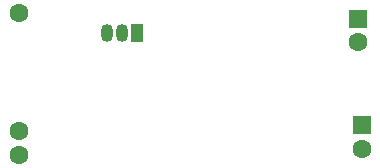
<source format=gbr>
%TF.GenerationSoftware,KiCad,Pcbnew,9.0.1*%
%TF.CreationDate,2025-07-04T12:29:26+03:00*%
%TF.ProjectId,Fan,46616e2e-6b69-4636-9164-5f7063625858,rev?*%
%TF.SameCoordinates,Original*%
%TF.FileFunction,Copper,L2,Bot*%
%TF.FilePolarity,Positive*%
%FSLAX46Y46*%
G04 Gerber Fmt 4.6, Leading zero omitted, Abs format (unit mm)*
G04 Created by KiCad (PCBNEW 9.0.1) date 2025-07-04 12:29:26*
%MOMM*%
%LPD*%
G01*
G04 APERTURE LIST*
%TA.AperFunction,ComponentPad*%
%ADD10C,1.600000*%
%TD*%
%TA.AperFunction,ComponentPad*%
%ADD11R,1.600000X1.600000*%
%TD*%
%TA.AperFunction,ComponentPad*%
%ADD12R,1.050000X1.500000*%
%TD*%
%TA.AperFunction,ComponentPad*%
%ADD13O,1.050000X1.500000*%
%TD*%
G04 APERTURE END LIST*
D10*
%TO.P,C2,2*%
%TO.N,Net-(C2-Pad2)*%
X101625000Y-65275000D03*
X101625000Y-63275000D03*
%TO.P,C2,1*%
%TO.N,Net-(D4-K)*%
X101625000Y-53275000D03*
%TD*%
D11*
%TO.P,C1,1*%
%TO.N,+12V*%
X130375000Y-53775000D03*
D10*
%TO.P,C1,2*%
%TO.N,GND*%
X130375000Y-55775000D03*
%TD*%
D11*
%TO.P,C3,1*%
%TO.N,Net-(D3-K)*%
X130675000Y-62775000D03*
D10*
%TO.P,C3,2*%
%TO.N,GND*%
X130675000Y-64775000D03*
%TD*%
D12*
%TO.P,D5,1,A1*%
%TO.N,+12V*%
X111640000Y-55000000D03*
D13*
%TO.P,D5,2,G*%
%TO.N,Net-(D5-G)*%
X110370000Y-55000000D03*
%TO.P,D5,3,A2*%
%TO.N,Net-(D5-A2)*%
X109100000Y-55000000D03*
%TD*%
M02*

</source>
